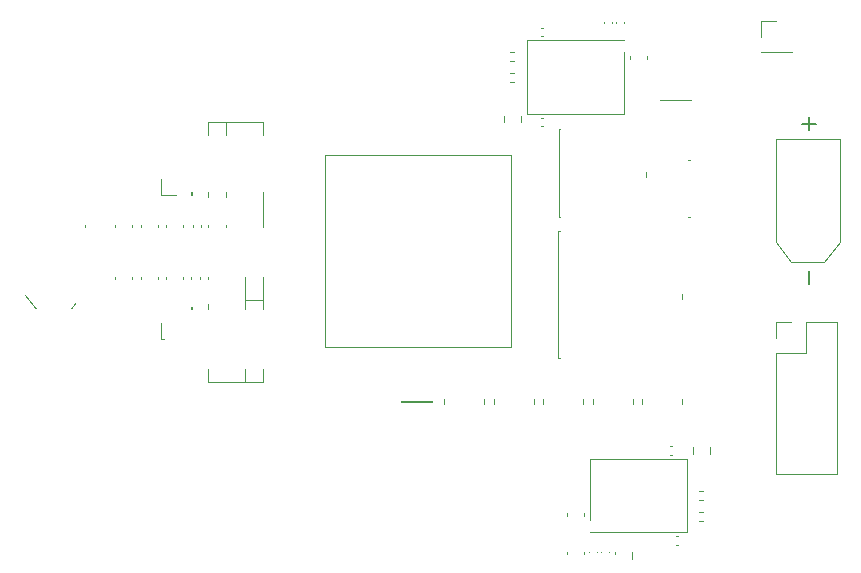
<source format=gto>
G04 #@! TF.GenerationSoftware,KiCad,Pcbnew,5.1.10*
G04 #@! TF.CreationDate,2021-07-13T10:10:07+08:00*
G04 #@! TF.ProjectId,GAN-Power-Stage-Test,47414e2d-506f-4776-9572-2d5374616765,rev?*
G04 #@! TF.SameCoordinates,Original*
G04 #@! TF.FileFunction,Legend,Top*
G04 #@! TF.FilePolarity,Positive*
%FSLAX46Y46*%
G04 Gerber Fmt 4.6, Leading zero omitted, Abs format (unit mm)*
G04 Created by KiCad (PCBNEW 5.1.10) date 2021-07-13 10:10:07*
%MOMM*%
%LPD*%
G01*
G04 APERTURE LIST*
%ADD10C,0.120000*%
%ADD11C,0.150000*%
%ADD12C,3.800000*%
%ADD13R,3.800000X3.800000*%
%ADD14C,2.790000*%
%ADD15C,2.030000*%
%ADD16R,1.700000X1.700000*%
%ADD17O,2.000000X2.000000*%
%ADD18R,2.000000X2.000000*%
%ADD19R,2.700000X2.450000*%
%ADD20R,2.200000X1.500000*%
%ADD21O,1.700000X1.700000*%
%ADD22C,0.254000*%
%ADD23C,0.100000*%
G04 APERTURE END LIST*
D10*
G04 #@! TO.C,J2*
X149817000Y-142488000D02*
X149817000Y-133768000D01*
X149817000Y-133768000D02*
X155237000Y-133768000D01*
X155237000Y-142488000D02*
X155237000Y-133768000D01*
X151117000Y-144188000D02*
X149817000Y-142488000D01*
X153937000Y-144188000D02*
X155237000Y-142488000D01*
X151117000Y-144188000D02*
X153937000Y-144188000D01*
G04 #@! TO.C,J1*
X213698000Y-138424000D02*
X213698000Y-129704000D01*
X213698000Y-129704000D02*
X219118000Y-129704000D01*
X219118000Y-138424000D02*
X219118000Y-129704000D01*
X214998000Y-140124000D02*
X213698000Y-138424000D01*
X217818000Y-140124000D02*
X219118000Y-138424000D01*
X214998000Y-140124000D02*
X217818000Y-140124000D01*
G04 #@! TO.C,C29*
X159231000Y-136771748D02*
X159231000Y-137294252D01*
X157761000Y-136771748D02*
X157761000Y-137294252D01*
G04 #@! TO.C,C28*
X163549000Y-136766748D02*
X163549000Y-137289252D01*
X162079000Y-136766748D02*
X162079000Y-137289252D01*
G04 #@! TO.C,C27*
X162079000Y-141739252D02*
X162079000Y-141216748D01*
X163549000Y-141739252D02*
X163549000Y-141216748D01*
G04 #@! TO.C,TR1*
X191262000Y-147320000D02*
X191262000Y-131064000D01*
X191262000Y-131064000D02*
X175514000Y-131064000D01*
X175514000Y-131064000D02*
X175514000Y-146812000D01*
X175514000Y-146812000D02*
X175514000Y-147320000D01*
X175514000Y-147320000D02*
X191262000Y-147320000D01*
G04 #@! TO.C,TP8*
X164271000Y-146618000D02*
X164271000Y-143958000D01*
X164211000Y-146618000D02*
X164271000Y-146618000D01*
X164211000Y-143958000D02*
X164271000Y-143958000D01*
X164211000Y-146618000D02*
X164211000Y-143958000D01*
X162941000Y-146618000D02*
X161611000Y-146618000D01*
X161611000Y-146618000D02*
X161611000Y-145288000D01*
G04 #@! TO.C,TP7*
X164271000Y-134426000D02*
X164271000Y-131766000D01*
X164211000Y-134426000D02*
X164271000Y-134426000D01*
X164211000Y-131766000D02*
X164271000Y-131766000D01*
X164211000Y-134426000D02*
X164211000Y-131766000D01*
X162941000Y-134426000D02*
X161611000Y-134426000D01*
X161611000Y-134426000D02*
X161611000Y-133096000D01*
G04 #@! TO.C,D2*
X170275000Y-140041000D02*
X170275000Y-150281000D01*
X165634000Y-140041000D02*
X165634000Y-150281000D01*
X170275000Y-140041000D02*
X165634000Y-140041000D01*
X170275000Y-150281000D02*
X165634000Y-150281000D01*
X168765000Y-140041000D02*
X168765000Y-150281000D01*
X170275000Y-143311000D02*
X168765000Y-143311000D01*
X170275000Y-147012000D02*
X168765000Y-147012000D01*
G04 #@! TO.C,D1*
X165640000Y-138470000D02*
X165640000Y-128230000D01*
X170281000Y-138470000D02*
X170281000Y-128230000D01*
X165640000Y-138470000D02*
X170281000Y-138470000D01*
X165640000Y-128230000D02*
X170281000Y-128230000D01*
X167150000Y-138470000D02*
X167150000Y-128230000D01*
X165640000Y-135200000D02*
X167150000Y-135200000D01*
X165640000Y-131499000D02*
X167150000Y-131499000D01*
G04 #@! TO.C,C26*
X165079000Y-136925164D02*
X165079000Y-137140836D01*
X164359000Y-136925164D02*
X164359000Y-137140836D01*
G04 #@! TO.C,C25*
X164232000Y-141585836D02*
X164232000Y-141370164D01*
X164952000Y-141585836D02*
X164952000Y-141370164D01*
G04 #@! TO.C,C24*
X157761000Y-141739252D02*
X157761000Y-141216748D01*
X159231000Y-141739252D02*
X159231000Y-141216748D01*
G04 #@! TO.C,C23*
X159920000Y-141739252D02*
X159920000Y-141216748D01*
X161390000Y-141739252D02*
X161390000Y-141216748D01*
G04 #@! TO.C,C22*
X193226000Y-150836248D02*
X193226000Y-153158752D01*
X189806000Y-150836248D02*
X189806000Y-153158752D01*
G04 #@! TO.C,C21*
X161390000Y-136771748D02*
X161390000Y-137294252D01*
X159920000Y-136771748D02*
X159920000Y-137294252D01*
G04 #@! TO.C,C20*
X205799000Y-150857748D02*
X205799000Y-153180252D01*
X202379000Y-150857748D02*
X202379000Y-153180252D01*
G04 #@! TO.C,C19*
X201608000Y-150857748D02*
X201608000Y-153180252D01*
X198188000Y-150857748D02*
X198188000Y-153180252D01*
G04 #@! TO.C,C18*
X189035000Y-150836248D02*
X189035000Y-153158752D01*
X185615000Y-150836248D02*
X185615000Y-153158752D01*
G04 #@! TO.C,C17*
X197417000Y-150836248D02*
X197417000Y-153158752D01*
X193997000Y-150836248D02*
X193997000Y-153158752D01*
G04 #@! TO.C,R4*
X207237359Y-159513000D02*
X207544641Y-159513000D01*
X207237359Y-160273000D02*
X207544641Y-160273000D01*
G04 #@! TO.C,R3*
X191542641Y-124840000D02*
X191235359Y-124840000D01*
X191542641Y-124080000D02*
X191235359Y-124080000D01*
G04 #@! TO.C,R2*
X207237359Y-161291000D02*
X207544641Y-161291000D01*
X207237359Y-162051000D02*
X207544641Y-162051000D01*
G04 #@! TO.C,R1*
X191542641Y-123062000D02*
X191235359Y-123062000D01*
X191542641Y-122302000D02*
X191235359Y-122302000D01*
G04 #@! TO.C,C16*
X199623000Y-164484164D02*
X199623000Y-164699836D01*
X198903000Y-164484164D02*
X198903000Y-164699836D01*
G04 #@! TO.C,C15*
X199157000Y-119995836D02*
X199157000Y-119780164D01*
X199877000Y-119995836D02*
X199877000Y-119780164D01*
G04 #@! TO.C,C14*
X198607000Y-164484164D02*
X198607000Y-164699836D01*
X197887000Y-164484164D02*
X197887000Y-164699836D01*
G04 #@! TO.C,C13*
X205251164Y-163343000D02*
X205466836Y-163343000D01*
X205251164Y-164063000D02*
X205466836Y-164063000D01*
G04 #@! TO.C,C12*
X200173000Y-119995836D02*
X200173000Y-119780164D01*
X200893000Y-119995836D02*
X200893000Y-119780164D01*
G04 #@! TO.C,C11*
X194036836Y-121010000D02*
X193821164Y-121010000D01*
X194036836Y-120290000D02*
X193821164Y-120290000D01*
G04 #@! TO.C,C8*
X204958836Y-156443000D02*
X204743164Y-156443000D01*
X204958836Y-155723000D02*
X204743164Y-155723000D01*
G04 #@! TO.C,C7*
X193821164Y-127910000D02*
X194036836Y-127910000D01*
X193821164Y-128630000D02*
X194036836Y-128630000D01*
G04 #@! TO.C,L2*
X202183000Y-137525000D02*
X205783000Y-137525000D01*
X205783000Y-137525000D02*
X205783000Y-142875000D01*
X202183000Y-148225000D02*
X205783000Y-148225000D01*
X205783000Y-148225000D02*
X205783000Y-142875000D01*
X198883000Y-148225000D02*
X195283000Y-148225000D01*
X195283000Y-148225000D02*
X195283000Y-142875000D01*
X198883000Y-137525000D02*
X195283000Y-137525000D01*
X195283000Y-137525000D02*
X195283000Y-142875000D01*
G04 #@! TO.C,TP6*
X181931000Y-151952000D02*
X184591000Y-151952000D01*
X181931000Y-151892000D02*
X181931000Y-151952000D01*
X184591000Y-151892000D02*
X184591000Y-151952000D01*
X181931000Y-151892000D02*
X184591000Y-151892000D01*
X181931000Y-150622000D02*
X181931000Y-149292000D01*
X181931000Y-149292000D02*
X183261000Y-149292000D01*
G04 #@! TO.C,TP5*
X203775000Y-136331000D02*
X206435000Y-136331000D01*
X203775000Y-136271000D02*
X203775000Y-136331000D01*
X206435000Y-136271000D02*
X206435000Y-136331000D01*
X203775000Y-136271000D02*
X206435000Y-136271000D01*
X203775000Y-135001000D02*
X203775000Y-133671000D01*
X203775000Y-133671000D02*
X205105000Y-133671000D01*
G04 #@! TO.C,TP4*
X194504000Y-158429000D02*
X197164000Y-158429000D01*
X194504000Y-158369000D02*
X194504000Y-158429000D01*
X197164000Y-158369000D02*
X197164000Y-158429000D01*
X194504000Y-158369000D02*
X197164000Y-158369000D01*
X194504000Y-157099000D02*
X194504000Y-155769000D01*
X194504000Y-155769000D02*
X195834000Y-155769000D01*
G04 #@! TO.C,TP3*
X203775000Y-131505000D02*
X206435000Y-131505000D01*
X203775000Y-131445000D02*
X203775000Y-131505000D01*
X206435000Y-131445000D02*
X206435000Y-131505000D01*
X203775000Y-131445000D02*
X206435000Y-131445000D01*
X203775000Y-130175000D02*
X203775000Y-128845000D01*
X203775000Y-128845000D02*
X205105000Y-128845000D01*
G04 #@! TO.C,TP2*
X203902000Y-126425000D02*
X206562000Y-126425000D01*
X203902000Y-126365000D02*
X203902000Y-126425000D01*
X206562000Y-126365000D02*
X206562000Y-126425000D01*
X203902000Y-126365000D02*
X206562000Y-126365000D01*
X203902000Y-125095000D02*
X203902000Y-123765000D01*
X203902000Y-123765000D02*
X205232000Y-123765000D01*
G04 #@! TO.C,TP1*
X212411000Y-122361000D02*
X215071000Y-122361000D01*
X212411000Y-122301000D02*
X212411000Y-122361000D01*
X215071000Y-122301000D02*
X215071000Y-122361000D01*
X212411000Y-122301000D02*
X215071000Y-122301000D01*
X212411000Y-121031000D02*
X212411000Y-119701000D01*
X212411000Y-119701000D02*
X213741000Y-119701000D01*
G04 #@! TO.C,Q2*
X197947000Y-162003000D02*
X197947000Y-156783000D01*
X197947000Y-156783000D02*
X206167000Y-156783000D01*
X206167000Y-156783000D02*
X206167000Y-163003000D01*
X206167000Y-163003000D02*
X197947000Y-163003000D01*
G04 #@! TO.C,Q1*
X200833000Y-122350000D02*
X200833000Y-127570000D01*
X200833000Y-127570000D02*
X192613000Y-127570000D01*
X192613000Y-127570000D02*
X192613000Y-121350000D01*
X192613000Y-121350000D02*
X200833000Y-121350000D01*
G04 #@! TO.C,L1*
X197609000Y-136288000D02*
X195309000Y-136288000D01*
X195309000Y-136288000D02*
X195309000Y-128888000D01*
X195309000Y-128888000D02*
X197609000Y-128888000D01*
X200409000Y-128888000D02*
X202709000Y-128888000D01*
X202709000Y-128888000D02*
X202709000Y-136288000D01*
X202709000Y-136288000D02*
X200409000Y-136288000D01*
G04 #@! TO.C,J3*
X213681000Y-158048000D02*
X218881000Y-158048000D01*
X213681000Y-147828000D02*
X213681000Y-158048000D01*
X218881000Y-145228000D02*
X218881000Y-158048000D01*
X213681000Y-147828000D02*
X216281000Y-147828000D01*
X216281000Y-147828000D02*
X216281000Y-145228000D01*
X216281000Y-145228000D02*
X218881000Y-145228000D01*
X213681000Y-146558000D02*
X213681000Y-145228000D01*
X213681000Y-145228000D02*
X215011000Y-145228000D01*
G04 #@! TO.C,C10*
X201522000Y-164711748D02*
X201522000Y-165234252D01*
X200052000Y-164711748D02*
X200052000Y-165234252D01*
G04 #@! TO.C,C9*
X202792000Y-122674748D02*
X202792000Y-123197252D01*
X201322000Y-122674748D02*
X201322000Y-123197252D01*
G04 #@! TO.C,C6*
X197458000Y-164711748D02*
X197458000Y-165234252D01*
X195988000Y-164711748D02*
X195988000Y-165234252D01*
G04 #@! TO.C,C5*
X201322000Y-119641252D02*
X201322000Y-119118748D01*
X202792000Y-119641252D02*
X202792000Y-119118748D01*
G04 #@! TO.C,C4*
X206656000Y-156344252D02*
X206656000Y-155821748D01*
X208126000Y-156344252D02*
X208126000Y-155821748D01*
G04 #@! TO.C,C3*
X192124000Y-127754748D02*
X192124000Y-128277252D01*
X190654000Y-127754748D02*
X190654000Y-128277252D01*
G04 #@! TO.C,C2*
X195988000Y-161612252D02*
X195988000Y-161089748D01*
X197458000Y-161612252D02*
X197458000Y-161089748D01*
G04 #@! TO.C,C1*
X197258000Y-119641252D02*
X197258000Y-119118748D01*
X198728000Y-119641252D02*
X198728000Y-119118748D01*
G04 #@! TO.C,J2*
D11*
X152634142Y-146049428D02*
X152634142Y-144906571D01*
X152634142Y-133049428D02*
X152634142Y-131906571D01*
X153205571Y-132478000D02*
X152062714Y-132478000D01*
G04 #@! TO.C,J1*
X216515142Y-141985428D02*
X216515142Y-140842571D01*
X216515142Y-128985428D02*
X216515142Y-127842571D01*
X217086571Y-128414000D02*
X215943714Y-128414000D01*
G04 #@! TD*
%LPC*%
X212026523Y-146010380D02*
X211550333Y-146010380D01*
X211502714Y-146486571D01*
X211550333Y-146438952D01*
X211645571Y-146391333D01*
X211883666Y-146391333D01*
X211978904Y-146438952D01*
X212026523Y-146486571D01*
X212074142Y-146581809D01*
X212074142Y-146819904D01*
X212026523Y-146915142D01*
X211978904Y-146962761D01*
X211883666Y-147010380D01*
X211645571Y-147010380D01*
X211550333Y-146962761D01*
X211502714Y-146915142D01*
X212359857Y-146010380D02*
X212693190Y-147010380D01*
X213026523Y-146010380D01*
X211764619Y-156773571D02*
X211907476Y-156821190D01*
X211955095Y-156868809D01*
X212002714Y-156964047D01*
X212002714Y-157106904D01*
X211955095Y-157202142D01*
X211907476Y-157249761D01*
X211812238Y-157297380D01*
X211431285Y-157297380D01*
X211431285Y-156297380D01*
X211764619Y-156297380D01*
X211859857Y-156345000D01*
X211907476Y-156392619D01*
X211955095Y-156487857D01*
X211955095Y-156583095D01*
X211907476Y-156678333D01*
X211859857Y-156725952D01*
X211764619Y-156773571D01*
X211431285Y-156773571D01*
X212431285Y-157297380D02*
X212431285Y-156297380D01*
X212431285Y-156773571D02*
X213002714Y-156773571D01*
X213002714Y-157297380D02*
X213002714Y-156297380D01*
X211756666Y-154106571D02*
X211899523Y-154154190D01*
X211947142Y-154201809D01*
X211994761Y-154297047D01*
X211994761Y-154439904D01*
X211947142Y-154535142D01*
X211899523Y-154582761D01*
X211804285Y-154630380D01*
X211423333Y-154630380D01*
X211423333Y-153630380D01*
X211756666Y-153630380D01*
X211851904Y-153678000D01*
X211899523Y-153725619D01*
X211947142Y-153820857D01*
X211947142Y-153916095D01*
X211899523Y-154011333D01*
X211851904Y-154058952D01*
X211756666Y-154106571D01*
X211423333Y-154106571D01*
X212899523Y-154630380D02*
X212423333Y-154630380D01*
X212423333Y-153630380D01*
X211526523Y-151090380D02*
X212097952Y-151090380D01*
X211812238Y-152090380D02*
X211812238Y-151090380D01*
X212907476Y-152090380D02*
X212431285Y-152090380D01*
X212431285Y-151090380D01*
X211534476Y-148550380D02*
X212105904Y-148550380D01*
X211820190Y-149550380D02*
X211820190Y-148550380D01*
X212439238Y-149550380D02*
X212439238Y-148550380D01*
X212439238Y-149026571D02*
X213010666Y-149026571D01*
X213010666Y-149550380D02*
X213010666Y-148550380D01*
X210693142Y-137866380D02*
X210693142Y-136866380D01*
X211169333Y-137866380D02*
X211169333Y-136866380D01*
X211740761Y-137866380D01*
X211740761Y-136866380D01*
X212216952Y-137485428D02*
X212978857Y-137485428D01*
X210693142Y-132913380D02*
X210693142Y-131913380D01*
X211169333Y-132913380D02*
X211169333Y-131913380D01*
X211740761Y-132913380D01*
X211740761Y-131913380D01*
X212216952Y-132532428D02*
X212978857Y-132532428D01*
X212597904Y-132913380D02*
X212597904Y-132151476D01*
D12*
G04 #@! TO.C,J2*
X152527000Y-136478000D03*
D13*
X152527000Y-141478000D03*
G04 #@! TD*
D12*
G04 #@! TO.C,J1*
X216408000Y-132414000D03*
D13*
X216408000Y-137414000D03*
G04 #@! TD*
G04 #@! TO.C,C29*
G36*
G01*
X158021000Y-137483000D02*
X158971000Y-137483000D01*
G75*
G02*
X159221000Y-137733000I0J-250000D01*
G01*
X159221000Y-138233000D01*
G75*
G02*
X158971000Y-138483000I-250000J0D01*
G01*
X158021000Y-138483000D01*
G75*
G02*
X157771000Y-138233000I0J250000D01*
G01*
X157771000Y-137733000D01*
G75*
G02*
X158021000Y-137483000I250000J0D01*
G01*
G37*
G36*
G01*
X158021000Y-135583000D02*
X158971000Y-135583000D01*
G75*
G02*
X159221000Y-135833000I0J-250000D01*
G01*
X159221000Y-136333000D01*
G75*
G02*
X158971000Y-136583000I-250000J0D01*
G01*
X158021000Y-136583000D01*
G75*
G02*
X157771000Y-136333000I0J250000D01*
G01*
X157771000Y-135833000D01*
G75*
G02*
X158021000Y-135583000I250000J0D01*
G01*
G37*
G04 #@! TD*
G04 #@! TO.C,C28*
G36*
G01*
X162339000Y-137478000D02*
X163289000Y-137478000D01*
G75*
G02*
X163539000Y-137728000I0J-250000D01*
G01*
X163539000Y-138228000D01*
G75*
G02*
X163289000Y-138478000I-250000J0D01*
G01*
X162339000Y-138478000D01*
G75*
G02*
X162089000Y-138228000I0J250000D01*
G01*
X162089000Y-137728000D01*
G75*
G02*
X162339000Y-137478000I250000J0D01*
G01*
G37*
G36*
G01*
X162339000Y-135578000D02*
X163289000Y-135578000D01*
G75*
G02*
X163539000Y-135828000I0J-250000D01*
G01*
X163539000Y-136328000D01*
G75*
G02*
X163289000Y-136578000I-250000J0D01*
G01*
X162339000Y-136578000D01*
G75*
G02*
X162089000Y-136328000I0J250000D01*
G01*
X162089000Y-135828000D01*
G75*
G02*
X162339000Y-135578000I250000J0D01*
G01*
G37*
G04 #@! TD*
G04 #@! TO.C,C27*
G36*
G01*
X163289000Y-141028000D02*
X162339000Y-141028000D01*
G75*
G02*
X162089000Y-140778000I0J250000D01*
G01*
X162089000Y-140278000D01*
G75*
G02*
X162339000Y-140028000I250000J0D01*
G01*
X163289000Y-140028000D01*
G75*
G02*
X163539000Y-140278000I0J-250000D01*
G01*
X163539000Y-140778000D01*
G75*
G02*
X163289000Y-141028000I-250000J0D01*
G01*
G37*
G36*
G01*
X163289000Y-142928000D02*
X162339000Y-142928000D01*
G75*
G02*
X162089000Y-142678000I0J250000D01*
G01*
X162089000Y-142178000D01*
G75*
G02*
X162339000Y-141928000I250000J0D01*
G01*
X163289000Y-141928000D01*
G75*
G02*
X163539000Y-142178000I0J-250000D01*
G01*
X163539000Y-142678000D01*
G75*
G02*
X163289000Y-142928000I-250000J0D01*
G01*
G37*
G04 #@! TD*
D14*
G04 #@! TO.C,TR1*
X173224000Y-145542000D03*
X173224000Y-142367000D03*
X173224000Y-139192000D03*
X173224000Y-136017000D03*
X173224000Y-132842000D03*
D15*
X193044000Y-131317000D03*
X193044000Y-134112000D03*
X193044000Y-136907000D03*
X193044000Y-141477000D03*
X193044000Y-144272000D03*
X193044000Y-147067000D03*
G04 #@! TD*
D16*
G04 #@! TO.C,TP8*
X162941000Y-145288000D03*
G04 #@! TD*
G04 #@! TO.C,TP7*
X162941000Y-133096000D03*
G04 #@! TD*
D17*
G04 #@! TO.C,D2*
X167005000Y-147701000D03*
D18*
X167005000Y-142621000D03*
G04 #@! TD*
D17*
G04 #@! TO.C,D1*
X168910000Y-130810000D03*
D18*
X168910000Y-135890000D03*
G04 #@! TD*
G04 #@! TO.C,C26*
G36*
G01*
X164549000Y-137233000D02*
X164889000Y-137233000D01*
G75*
G02*
X165029000Y-137373000I0J-140000D01*
G01*
X165029000Y-137653000D01*
G75*
G02*
X164889000Y-137793000I-140000J0D01*
G01*
X164549000Y-137793000D01*
G75*
G02*
X164409000Y-137653000I0J140000D01*
G01*
X164409000Y-137373000D01*
G75*
G02*
X164549000Y-137233000I140000J0D01*
G01*
G37*
G36*
G01*
X164549000Y-136273000D02*
X164889000Y-136273000D01*
G75*
G02*
X165029000Y-136413000I0J-140000D01*
G01*
X165029000Y-136693000D01*
G75*
G02*
X164889000Y-136833000I-140000J0D01*
G01*
X164549000Y-136833000D01*
G75*
G02*
X164409000Y-136693000I0J140000D01*
G01*
X164409000Y-136413000D01*
G75*
G02*
X164549000Y-136273000I140000J0D01*
G01*
G37*
G04 #@! TD*
G04 #@! TO.C,C25*
G36*
G01*
X164762000Y-141278000D02*
X164422000Y-141278000D01*
G75*
G02*
X164282000Y-141138000I0J140000D01*
G01*
X164282000Y-140858000D01*
G75*
G02*
X164422000Y-140718000I140000J0D01*
G01*
X164762000Y-140718000D01*
G75*
G02*
X164902000Y-140858000I0J-140000D01*
G01*
X164902000Y-141138000D01*
G75*
G02*
X164762000Y-141278000I-140000J0D01*
G01*
G37*
G36*
G01*
X164762000Y-142238000D02*
X164422000Y-142238000D01*
G75*
G02*
X164282000Y-142098000I0J140000D01*
G01*
X164282000Y-141818000D01*
G75*
G02*
X164422000Y-141678000I140000J0D01*
G01*
X164762000Y-141678000D01*
G75*
G02*
X164902000Y-141818000I0J-140000D01*
G01*
X164902000Y-142098000D01*
G75*
G02*
X164762000Y-142238000I-140000J0D01*
G01*
G37*
G04 #@! TD*
G04 #@! TO.C,C24*
G36*
G01*
X158971000Y-141028000D02*
X158021000Y-141028000D01*
G75*
G02*
X157771000Y-140778000I0J250000D01*
G01*
X157771000Y-140278000D01*
G75*
G02*
X158021000Y-140028000I250000J0D01*
G01*
X158971000Y-140028000D01*
G75*
G02*
X159221000Y-140278000I0J-250000D01*
G01*
X159221000Y-140778000D01*
G75*
G02*
X158971000Y-141028000I-250000J0D01*
G01*
G37*
G36*
G01*
X158971000Y-142928000D02*
X158021000Y-142928000D01*
G75*
G02*
X157771000Y-142678000I0J250000D01*
G01*
X157771000Y-142178000D01*
G75*
G02*
X158021000Y-141928000I250000J0D01*
G01*
X158971000Y-141928000D01*
G75*
G02*
X159221000Y-142178000I0J-250000D01*
G01*
X159221000Y-142678000D01*
G75*
G02*
X158971000Y-142928000I-250000J0D01*
G01*
G37*
G04 #@! TD*
G04 #@! TO.C,C23*
G36*
G01*
X161130000Y-141028000D02*
X160180000Y-141028000D01*
G75*
G02*
X159930000Y-140778000I0J250000D01*
G01*
X159930000Y-140278000D01*
G75*
G02*
X160180000Y-140028000I250000J0D01*
G01*
X161130000Y-140028000D01*
G75*
G02*
X161380000Y-140278000I0J-250000D01*
G01*
X161380000Y-140778000D01*
G75*
G02*
X161130000Y-141028000I-250000J0D01*
G01*
G37*
G36*
G01*
X161130000Y-142928000D02*
X160180000Y-142928000D01*
G75*
G02*
X159930000Y-142678000I0J250000D01*
G01*
X159930000Y-142178000D01*
G75*
G02*
X160180000Y-141928000I250000J0D01*
G01*
X161130000Y-141928000D01*
G75*
G02*
X161380000Y-142178000I0J-250000D01*
G01*
X161380000Y-142678000D01*
G75*
G02*
X161130000Y-142928000I-250000J0D01*
G01*
G37*
G04 #@! TD*
G04 #@! TO.C,C22*
G36*
G01*
X190065999Y-153347500D02*
X192966001Y-153347500D01*
G75*
G02*
X193216000Y-153597499I0J-249999D01*
G01*
X193216000Y-154672501D01*
G75*
G02*
X192966001Y-154922500I-249999J0D01*
G01*
X190065999Y-154922500D01*
G75*
G02*
X189816000Y-154672501I0J249999D01*
G01*
X189816000Y-153597499D01*
G75*
G02*
X190065999Y-153347500I249999J0D01*
G01*
G37*
G36*
G01*
X190065999Y-149072500D02*
X192966001Y-149072500D01*
G75*
G02*
X193216000Y-149322499I0J-249999D01*
G01*
X193216000Y-150397501D01*
G75*
G02*
X192966001Y-150647500I-249999J0D01*
G01*
X190065999Y-150647500D01*
G75*
G02*
X189816000Y-150397501I0J249999D01*
G01*
X189816000Y-149322499D01*
G75*
G02*
X190065999Y-149072500I249999J0D01*
G01*
G37*
G04 #@! TD*
G04 #@! TO.C,C21*
G36*
G01*
X160180000Y-137483000D02*
X161130000Y-137483000D01*
G75*
G02*
X161380000Y-137733000I0J-250000D01*
G01*
X161380000Y-138233000D01*
G75*
G02*
X161130000Y-138483000I-250000J0D01*
G01*
X160180000Y-138483000D01*
G75*
G02*
X159930000Y-138233000I0J250000D01*
G01*
X159930000Y-137733000D01*
G75*
G02*
X160180000Y-137483000I250000J0D01*
G01*
G37*
G36*
G01*
X160180000Y-135583000D02*
X161130000Y-135583000D01*
G75*
G02*
X161380000Y-135833000I0J-250000D01*
G01*
X161380000Y-136333000D01*
G75*
G02*
X161130000Y-136583000I-250000J0D01*
G01*
X160180000Y-136583000D01*
G75*
G02*
X159930000Y-136333000I0J250000D01*
G01*
X159930000Y-135833000D01*
G75*
G02*
X160180000Y-135583000I250000J0D01*
G01*
G37*
G04 #@! TD*
G04 #@! TO.C,C20*
G36*
G01*
X202638999Y-153369000D02*
X205539001Y-153369000D01*
G75*
G02*
X205789000Y-153618999I0J-249999D01*
G01*
X205789000Y-154694001D01*
G75*
G02*
X205539001Y-154944000I-249999J0D01*
G01*
X202638999Y-154944000D01*
G75*
G02*
X202389000Y-154694001I0J249999D01*
G01*
X202389000Y-153618999D01*
G75*
G02*
X202638999Y-153369000I249999J0D01*
G01*
G37*
G36*
G01*
X202638999Y-149094000D02*
X205539001Y-149094000D01*
G75*
G02*
X205789000Y-149343999I0J-249999D01*
G01*
X205789000Y-150419001D01*
G75*
G02*
X205539001Y-150669000I-249999J0D01*
G01*
X202638999Y-150669000D01*
G75*
G02*
X202389000Y-150419001I0J249999D01*
G01*
X202389000Y-149343999D01*
G75*
G02*
X202638999Y-149094000I249999J0D01*
G01*
G37*
G04 #@! TD*
G04 #@! TO.C,C19*
G36*
G01*
X198447999Y-153369000D02*
X201348001Y-153369000D01*
G75*
G02*
X201598000Y-153618999I0J-249999D01*
G01*
X201598000Y-154694001D01*
G75*
G02*
X201348001Y-154944000I-249999J0D01*
G01*
X198447999Y-154944000D01*
G75*
G02*
X198198000Y-154694001I0J249999D01*
G01*
X198198000Y-153618999D01*
G75*
G02*
X198447999Y-153369000I249999J0D01*
G01*
G37*
G36*
G01*
X198447999Y-149094000D02*
X201348001Y-149094000D01*
G75*
G02*
X201598000Y-149343999I0J-249999D01*
G01*
X201598000Y-150419001D01*
G75*
G02*
X201348001Y-150669000I-249999J0D01*
G01*
X198447999Y-150669000D01*
G75*
G02*
X198198000Y-150419001I0J249999D01*
G01*
X198198000Y-149343999D01*
G75*
G02*
X198447999Y-149094000I249999J0D01*
G01*
G37*
G04 #@! TD*
G04 #@! TO.C,C18*
G36*
G01*
X185874999Y-153347500D02*
X188775001Y-153347500D01*
G75*
G02*
X189025000Y-153597499I0J-249999D01*
G01*
X189025000Y-154672501D01*
G75*
G02*
X188775001Y-154922500I-249999J0D01*
G01*
X185874999Y-154922500D01*
G75*
G02*
X185625000Y-154672501I0J249999D01*
G01*
X185625000Y-153597499D01*
G75*
G02*
X185874999Y-153347500I249999J0D01*
G01*
G37*
G36*
G01*
X185874999Y-149072500D02*
X188775001Y-149072500D01*
G75*
G02*
X189025000Y-149322499I0J-249999D01*
G01*
X189025000Y-150397501D01*
G75*
G02*
X188775001Y-150647500I-249999J0D01*
G01*
X185874999Y-150647500D01*
G75*
G02*
X185625000Y-150397501I0J249999D01*
G01*
X185625000Y-149322499D01*
G75*
G02*
X185874999Y-149072500I249999J0D01*
G01*
G37*
G04 #@! TD*
G04 #@! TO.C,C17*
G36*
G01*
X194256999Y-153347500D02*
X197157001Y-153347500D01*
G75*
G02*
X197407000Y-153597499I0J-249999D01*
G01*
X197407000Y-154672501D01*
G75*
G02*
X197157001Y-154922500I-249999J0D01*
G01*
X194256999Y-154922500D01*
G75*
G02*
X194007000Y-154672501I0J249999D01*
G01*
X194007000Y-153597499D01*
G75*
G02*
X194256999Y-153347500I249999J0D01*
G01*
G37*
G36*
G01*
X194256999Y-149072500D02*
X197157001Y-149072500D01*
G75*
G02*
X197407000Y-149322499I0J-249999D01*
G01*
X197407000Y-150397501D01*
G75*
G02*
X197157001Y-150647500I-249999J0D01*
G01*
X194256999Y-150647500D01*
G75*
G02*
X194007000Y-150397501I0J249999D01*
G01*
X194007000Y-149322499D01*
G75*
G02*
X194256999Y-149072500I249999J0D01*
G01*
G37*
G04 #@! TD*
G04 #@! TO.C,R4*
G36*
G01*
X207631000Y-160078000D02*
X207631000Y-159708000D01*
G75*
G02*
X207766000Y-159573000I135000J0D01*
G01*
X208036000Y-159573000D01*
G75*
G02*
X208171000Y-159708000I0J-135000D01*
G01*
X208171000Y-160078000D01*
G75*
G02*
X208036000Y-160213000I-135000J0D01*
G01*
X207766000Y-160213000D01*
G75*
G02*
X207631000Y-160078000I0J135000D01*
G01*
G37*
G36*
G01*
X206611000Y-160078000D02*
X206611000Y-159708000D01*
G75*
G02*
X206746000Y-159573000I135000J0D01*
G01*
X207016000Y-159573000D01*
G75*
G02*
X207151000Y-159708000I0J-135000D01*
G01*
X207151000Y-160078000D01*
G75*
G02*
X207016000Y-160213000I-135000J0D01*
G01*
X206746000Y-160213000D01*
G75*
G02*
X206611000Y-160078000I0J135000D01*
G01*
G37*
G04 #@! TD*
G04 #@! TO.C,R3*
G36*
G01*
X191149000Y-124275000D02*
X191149000Y-124645000D01*
G75*
G02*
X191014000Y-124780000I-135000J0D01*
G01*
X190744000Y-124780000D01*
G75*
G02*
X190609000Y-124645000I0J135000D01*
G01*
X190609000Y-124275000D01*
G75*
G02*
X190744000Y-124140000I135000J0D01*
G01*
X191014000Y-124140000D01*
G75*
G02*
X191149000Y-124275000I0J-135000D01*
G01*
G37*
G36*
G01*
X192169000Y-124275000D02*
X192169000Y-124645000D01*
G75*
G02*
X192034000Y-124780000I-135000J0D01*
G01*
X191764000Y-124780000D01*
G75*
G02*
X191629000Y-124645000I0J135000D01*
G01*
X191629000Y-124275000D01*
G75*
G02*
X191764000Y-124140000I135000J0D01*
G01*
X192034000Y-124140000D01*
G75*
G02*
X192169000Y-124275000I0J-135000D01*
G01*
G37*
G04 #@! TD*
G04 #@! TO.C,R2*
G36*
G01*
X207631000Y-161856000D02*
X207631000Y-161486000D01*
G75*
G02*
X207766000Y-161351000I135000J0D01*
G01*
X208036000Y-161351000D01*
G75*
G02*
X208171000Y-161486000I0J-135000D01*
G01*
X208171000Y-161856000D01*
G75*
G02*
X208036000Y-161991000I-135000J0D01*
G01*
X207766000Y-161991000D01*
G75*
G02*
X207631000Y-161856000I0J135000D01*
G01*
G37*
G36*
G01*
X206611000Y-161856000D02*
X206611000Y-161486000D01*
G75*
G02*
X206746000Y-161351000I135000J0D01*
G01*
X207016000Y-161351000D01*
G75*
G02*
X207151000Y-161486000I0J-135000D01*
G01*
X207151000Y-161856000D01*
G75*
G02*
X207016000Y-161991000I-135000J0D01*
G01*
X206746000Y-161991000D01*
G75*
G02*
X206611000Y-161856000I0J135000D01*
G01*
G37*
G04 #@! TD*
G04 #@! TO.C,R1*
G36*
G01*
X191149000Y-122497000D02*
X191149000Y-122867000D01*
G75*
G02*
X191014000Y-123002000I-135000J0D01*
G01*
X190744000Y-123002000D01*
G75*
G02*
X190609000Y-122867000I0J135000D01*
G01*
X190609000Y-122497000D01*
G75*
G02*
X190744000Y-122362000I135000J0D01*
G01*
X191014000Y-122362000D01*
G75*
G02*
X191149000Y-122497000I0J-135000D01*
G01*
G37*
G36*
G01*
X192169000Y-122497000D02*
X192169000Y-122867000D01*
G75*
G02*
X192034000Y-123002000I-135000J0D01*
G01*
X191764000Y-123002000D01*
G75*
G02*
X191629000Y-122867000I0J135000D01*
G01*
X191629000Y-122497000D01*
G75*
G02*
X191764000Y-122362000I135000J0D01*
G01*
X192034000Y-122362000D01*
G75*
G02*
X192169000Y-122497000I0J-135000D01*
G01*
G37*
G04 #@! TD*
G04 #@! TO.C,C16*
G36*
G01*
X199093000Y-164792000D02*
X199433000Y-164792000D01*
G75*
G02*
X199573000Y-164932000I0J-140000D01*
G01*
X199573000Y-165212000D01*
G75*
G02*
X199433000Y-165352000I-140000J0D01*
G01*
X199093000Y-165352000D01*
G75*
G02*
X198953000Y-165212000I0J140000D01*
G01*
X198953000Y-164932000D01*
G75*
G02*
X199093000Y-164792000I140000J0D01*
G01*
G37*
G36*
G01*
X199093000Y-163832000D02*
X199433000Y-163832000D01*
G75*
G02*
X199573000Y-163972000I0J-140000D01*
G01*
X199573000Y-164252000D01*
G75*
G02*
X199433000Y-164392000I-140000J0D01*
G01*
X199093000Y-164392000D01*
G75*
G02*
X198953000Y-164252000I0J140000D01*
G01*
X198953000Y-163972000D01*
G75*
G02*
X199093000Y-163832000I140000J0D01*
G01*
G37*
G04 #@! TD*
G04 #@! TO.C,C15*
G36*
G01*
X199687000Y-119688000D02*
X199347000Y-119688000D01*
G75*
G02*
X199207000Y-119548000I0J140000D01*
G01*
X199207000Y-119268000D01*
G75*
G02*
X199347000Y-119128000I140000J0D01*
G01*
X199687000Y-119128000D01*
G75*
G02*
X199827000Y-119268000I0J-140000D01*
G01*
X199827000Y-119548000D01*
G75*
G02*
X199687000Y-119688000I-140000J0D01*
G01*
G37*
G36*
G01*
X199687000Y-120648000D02*
X199347000Y-120648000D01*
G75*
G02*
X199207000Y-120508000I0J140000D01*
G01*
X199207000Y-120228000D01*
G75*
G02*
X199347000Y-120088000I140000J0D01*
G01*
X199687000Y-120088000D01*
G75*
G02*
X199827000Y-120228000I0J-140000D01*
G01*
X199827000Y-120508000D01*
G75*
G02*
X199687000Y-120648000I-140000J0D01*
G01*
G37*
G04 #@! TD*
G04 #@! TO.C,C14*
G36*
G01*
X198077000Y-164792000D02*
X198417000Y-164792000D01*
G75*
G02*
X198557000Y-164932000I0J-140000D01*
G01*
X198557000Y-165212000D01*
G75*
G02*
X198417000Y-165352000I-140000J0D01*
G01*
X198077000Y-165352000D01*
G75*
G02*
X197937000Y-165212000I0J140000D01*
G01*
X197937000Y-164932000D01*
G75*
G02*
X198077000Y-164792000I140000J0D01*
G01*
G37*
G36*
G01*
X198077000Y-163832000D02*
X198417000Y-163832000D01*
G75*
G02*
X198557000Y-163972000I0J-140000D01*
G01*
X198557000Y-164252000D01*
G75*
G02*
X198417000Y-164392000I-140000J0D01*
G01*
X198077000Y-164392000D01*
G75*
G02*
X197937000Y-164252000I0J140000D01*
G01*
X197937000Y-163972000D01*
G75*
G02*
X198077000Y-163832000I140000J0D01*
G01*
G37*
G04 #@! TD*
G04 #@! TO.C,C13*
G36*
G01*
X205559000Y-163873000D02*
X205559000Y-163533000D01*
G75*
G02*
X205699000Y-163393000I140000J0D01*
G01*
X205979000Y-163393000D01*
G75*
G02*
X206119000Y-163533000I0J-140000D01*
G01*
X206119000Y-163873000D01*
G75*
G02*
X205979000Y-164013000I-140000J0D01*
G01*
X205699000Y-164013000D01*
G75*
G02*
X205559000Y-163873000I0J140000D01*
G01*
G37*
G36*
G01*
X204599000Y-163873000D02*
X204599000Y-163533000D01*
G75*
G02*
X204739000Y-163393000I140000J0D01*
G01*
X205019000Y-163393000D01*
G75*
G02*
X205159000Y-163533000I0J-140000D01*
G01*
X205159000Y-163873000D01*
G75*
G02*
X205019000Y-164013000I-140000J0D01*
G01*
X204739000Y-164013000D01*
G75*
G02*
X204599000Y-163873000I0J140000D01*
G01*
G37*
G04 #@! TD*
G04 #@! TO.C,C12*
G36*
G01*
X200703000Y-119688000D02*
X200363000Y-119688000D01*
G75*
G02*
X200223000Y-119548000I0J140000D01*
G01*
X200223000Y-119268000D01*
G75*
G02*
X200363000Y-119128000I140000J0D01*
G01*
X200703000Y-119128000D01*
G75*
G02*
X200843000Y-119268000I0J-140000D01*
G01*
X200843000Y-119548000D01*
G75*
G02*
X200703000Y-119688000I-140000J0D01*
G01*
G37*
G36*
G01*
X200703000Y-120648000D02*
X200363000Y-120648000D01*
G75*
G02*
X200223000Y-120508000I0J140000D01*
G01*
X200223000Y-120228000D01*
G75*
G02*
X200363000Y-120088000I140000J0D01*
G01*
X200703000Y-120088000D01*
G75*
G02*
X200843000Y-120228000I0J-140000D01*
G01*
X200843000Y-120508000D01*
G75*
G02*
X200703000Y-120648000I-140000J0D01*
G01*
G37*
G04 #@! TD*
G04 #@! TO.C,C11*
G36*
G01*
X193729000Y-120480000D02*
X193729000Y-120820000D01*
G75*
G02*
X193589000Y-120960000I-140000J0D01*
G01*
X193309000Y-120960000D01*
G75*
G02*
X193169000Y-120820000I0J140000D01*
G01*
X193169000Y-120480000D01*
G75*
G02*
X193309000Y-120340000I140000J0D01*
G01*
X193589000Y-120340000D01*
G75*
G02*
X193729000Y-120480000I0J-140000D01*
G01*
G37*
G36*
G01*
X194689000Y-120480000D02*
X194689000Y-120820000D01*
G75*
G02*
X194549000Y-120960000I-140000J0D01*
G01*
X194269000Y-120960000D01*
G75*
G02*
X194129000Y-120820000I0J140000D01*
G01*
X194129000Y-120480000D01*
G75*
G02*
X194269000Y-120340000I140000J0D01*
G01*
X194549000Y-120340000D01*
G75*
G02*
X194689000Y-120480000I0J-140000D01*
G01*
G37*
G04 #@! TD*
G04 #@! TO.C,C8*
G36*
G01*
X204651000Y-155913000D02*
X204651000Y-156253000D01*
G75*
G02*
X204511000Y-156393000I-140000J0D01*
G01*
X204231000Y-156393000D01*
G75*
G02*
X204091000Y-156253000I0J140000D01*
G01*
X204091000Y-155913000D01*
G75*
G02*
X204231000Y-155773000I140000J0D01*
G01*
X204511000Y-155773000D01*
G75*
G02*
X204651000Y-155913000I0J-140000D01*
G01*
G37*
G36*
G01*
X205611000Y-155913000D02*
X205611000Y-156253000D01*
G75*
G02*
X205471000Y-156393000I-140000J0D01*
G01*
X205191000Y-156393000D01*
G75*
G02*
X205051000Y-156253000I0J140000D01*
G01*
X205051000Y-155913000D01*
G75*
G02*
X205191000Y-155773000I140000J0D01*
G01*
X205471000Y-155773000D01*
G75*
G02*
X205611000Y-155913000I0J-140000D01*
G01*
G37*
G04 #@! TD*
G04 #@! TO.C,C7*
G36*
G01*
X194129000Y-128440000D02*
X194129000Y-128100000D01*
G75*
G02*
X194269000Y-127960000I140000J0D01*
G01*
X194549000Y-127960000D01*
G75*
G02*
X194689000Y-128100000I0J-140000D01*
G01*
X194689000Y-128440000D01*
G75*
G02*
X194549000Y-128580000I-140000J0D01*
G01*
X194269000Y-128580000D01*
G75*
G02*
X194129000Y-128440000I0J140000D01*
G01*
G37*
G36*
G01*
X193169000Y-128440000D02*
X193169000Y-128100000D01*
G75*
G02*
X193309000Y-127960000I140000J0D01*
G01*
X193589000Y-127960000D01*
G75*
G02*
X193729000Y-128100000I0J-140000D01*
G01*
X193729000Y-128440000D01*
G75*
G02*
X193589000Y-128580000I-140000J0D01*
G01*
X193309000Y-128580000D01*
G75*
G02*
X193169000Y-128440000I0J140000D01*
G01*
G37*
G04 #@! TD*
D19*
G04 #@! TO.C,L2*
X200533000Y-147000000D03*
X200533000Y-138750000D03*
G04 #@! TD*
D16*
G04 #@! TO.C,TP6*
X183261000Y-150622000D03*
G04 #@! TD*
G04 #@! TO.C,TP5*
X205105000Y-135001000D03*
G04 #@! TD*
G04 #@! TO.C,TP4*
X195834000Y-157099000D03*
G04 #@! TD*
G04 #@! TO.C,TP3*
X205105000Y-130175000D03*
G04 #@! TD*
G04 #@! TO.C,TP2*
X205232000Y-125095000D03*
G04 #@! TD*
G04 #@! TO.C,TP1*
X213741000Y-121031000D03*
G04 #@! TD*
G04 #@! TO.C,Q2*
G36*
G01*
X205917500Y-159243000D02*
X205301500Y-159243000D01*
G75*
G02*
X205259500Y-159201000I0J42000D01*
G01*
X205259500Y-158785000D01*
G75*
G02*
X205301500Y-158743000I42000J0D01*
G01*
X205917500Y-158743000D01*
G75*
G02*
X205959500Y-158785000I0J-42000D01*
G01*
X205959500Y-159201000D01*
G75*
G02*
X205917500Y-159243000I-42000J0D01*
G01*
G37*
G36*
G01*
X205917500Y-161043000D02*
X205301500Y-161043000D01*
G75*
G02*
X205259500Y-161001000I0J42000D01*
G01*
X205259500Y-160585000D01*
G75*
G02*
X205301500Y-160543000I42000J0D01*
G01*
X205917500Y-160543000D01*
G75*
G02*
X205959500Y-160585000I0J-42000D01*
G01*
X205959500Y-161001000D01*
G75*
G02*
X205917500Y-161043000I-42000J0D01*
G01*
G37*
G36*
G01*
X205517500Y-157693000D02*
X205101500Y-157693000D01*
G75*
G02*
X205059500Y-157651000I0J42000D01*
G01*
X205059500Y-157035000D01*
G75*
G02*
X205101500Y-156993000I42000J0D01*
G01*
X205517500Y-156993000D01*
G75*
G02*
X205559500Y-157035000I0J-42000D01*
G01*
X205559500Y-157651000D01*
G75*
G02*
X205517500Y-157693000I-42000J0D01*
G01*
G37*
G36*
G01*
X204317500Y-157693000D02*
X203901500Y-157693000D01*
G75*
G02*
X203859500Y-157651000I0J42000D01*
G01*
X203859500Y-157035000D01*
G75*
G02*
X203901500Y-156993000I42000J0D01*
G01*
X204317500Y-156993000D01*
G75*
G02*
X204359500Y-157035000I0J-42000D01*
G01*
X204359500Y-157651000D01*
G75*
G02*
X204317500Y-157693000I-42000J0D01*
G01*
G37*
G36*
G01*
X205517500Y-162793000D02*
X205101500Y-162793000D01*
G75*
G02*
X205059500Y-162751000I0J42000D01*
G01*
X205059500Y-162135000D01*
G75*
G02*
X205101500Y-162093000I42000J0D01*
G01*
X205517500Y-162093000D01*
G75*
G02*
X205559500Y-162135000I0J-42000D01*
G01*
X205559500Y-162751000D01*
G75*
G02*
X205517500Y-162793000I-42000J0D01*
G01*
G37*
G36*
G01*
X204317500Y-162793000D02*
X203901500Y-162793000D01*
G75*
G02*
X203859500Y-162751000I0J42000D01*
G01*
X203859500Y-162135000D01*
G75*
G02*
X203901500Y-162093000I42000J0D01*
G01*
X204317500Y-162093000D01*
G75*
G02*
X204359500Y-162135000I0J-42000D01*
G01*
X204359500Y-162751000D01*
G75*
G02*
X204317500Y-162793000I-42000J0D01*
G01*
G37*
G36*
G01*
X202358300Y-160418000D02*
X198200700Y-160418000D01*
G75*
G02*
X198154500Y-160371800I0J46200D01*
G01*
X198154500Y-159414200D01*
G75*
G02*
X198200700Y-159368000I46200J0D01*
G01*
X202358300Y-159368000D01*
G75*
G02*
X202404500Y-159414200I0J-46200D01*
G01*
X202404500Y-160371800D01*
G75*
G02*
X202358300Y-160418000I-46200J0D01*
G01*
G37*
G36*
G01*
X202360400Y-157693000D02*
X198198600Y-157693000D01*
G75*
G02*
X198154500Y-157648900I0J44100D01*
G01*
X198154500Y-157037100D01*
G75*
G02*
X198198600Y-156993000I44100J0D01*
G01*
X202360400Y-156993000D01*
G75*
G02*
X202404500Y-157037100I0J-44100D01*
G01*
X202404500Y-157648900D01*
G75*
G02*
X202360400Y-157693000I-44100J0D01*
G01*
G37*
G36*
G01*
X202360400Y-162793000D02*
X198198600Y-162793000D01*
G75*
G02*
X198154500Y-162748900I0J44100D01*
G01*
X198154500Y-162137100D01*
G75*
G02*
X198198600Y-162093000I44100J0D01*
G01*
X202360400Y-162093000D01*
G75*
G02*
X202404500Y-162137100I0J-44100D01*
G01*
X202404500Y-162748900D01*
G75*
G02*
X202360400Y-162793000I-44100J0D01*
G01*
G37*
G04 #@! TD*
G04 #@! TO.C,Q1*
G36*
G01*
X192862500Y-125110000D02*
X193478500Y-125110000D01*
G75*
G02*
X193520500Y-125152000I0J-42000D01*
G01*
X193520500Y-125568000D01*
G75*
G02*
X193478500Y-125610000I-42000J0D01*
G01*
X192862500Y-125610000D01*
G75*
G02*
X192820500Y-125568000I0J42000D01*
G01*
X192820500Y-125152000D01*
G75*
G02*
X192862500Y-125110000I42000J0D01*
G01*
G37*
G36*
G01*
X192862500Y-123310000D02*
X193478500Y-123310000D01*
G75*
G02*
X193520500Y-123352000I0J-42000D01*
G01*
X193520500Y-123768000D01*
G75*
G02*
X193478500Y-123810000I-42000J0D01*
G01*
X192862500Y-123810000D01*
G75*
G02*
X192820500Y-123768000I0J42000D01*
G01*
X192820500Y-123352000D01*
G75*
G02*
X192862500Y-123310000I42000J0D01*
G01*
G37*
G36*
G01*
X193262500Y-126660000D02*
X193678500Y-126660000D01*
G75*
G02*
X193720500Y-126702000I0J-42000D01*
G01*
X193720500Y-127318000D01*
G75*
G02*
X193678500Y-127360000I-42000J0D01*
G01*
X193262500Y-127360000D01*
G75*
G02*
X193220500Y-127318000I0J42000D01*
G01*
X193220500Y-126702000D01*
G75*
G02*
X193262500Y-126660000I42000J0D01*
G01*
G37*
G36*
G01*
X194462500Y-126660000D02*
X194878500Y-126660000D01*
G75*
G02*
X194920500Y-126702000I0J-42000D01*
G01*
X194920500Y-127318000D01*
G75*
G02*
X194878500Y-127360000I-42000J0D01*
G01*
X194462500Y-127360000D01*
G75*
G02*
X194420500Y-127318000I0J42000D01*
G01*
X194420500Y-126702000D01*
G75*
G02*
X194462500Y-126660000I42000J0D01*
G01*
G37*
G36*
G01*
X193262500Y-121560000D02*
X193678500Y-121560000D01*
G75*
G02*
X193720500Y-121602000I0J-42000D01*
G01*
X193720500Y-122218000D01*
G75*
G02*
X193678500Y-122260000I-42000J0D01*
G01*
X193262500Y-122260000D01*
G75*
G02*
X193220500Y-122218000I0J42000D01*
G01*
X193220500Y-121602000D01*
G75*
G02*
X193262500Y-121560000I42000J0D01*
G01*
G37*
G36*
G01*
X194462500Y-121560000D02*
X194878500Y-121560000D01*
G75*
G02*
X194920500Y-121602000I0J-42000D01*
G01*
X194920500Y-122218000D01*
G75*
G02*
X194878500Y-122260000I-42000J0D01*
G01*
X194462500Y-122260000D01*
G75*
G02*
X194420500Y-122218000I0J42000D01*
G01*
X194420500Y-121602000D01*
G75*
G02*
X194462500Y-121560000I42000J0D01*
G01*
G37*
G36*
G01*
X196421700Y-123935000D02*
X200579300Y-123935000D01*
G75*
G02*
X200625500Y-123981200I0J-46200D01*
G01*
X200625500Y-124938800D01*
G75*
G02*
X200579300Y-124985000I-46200J0D01*
G01*
X196421700Y-124985000D01*
G75*
G02*
X196375500Y-124938800I0J46200D01*
G01*
X196375500Y-123981200D01*
G75*
G02*
X196421700Y-123935000I46200J0D01*
G01*
G37*
G36*
G01*
X196419600Y-126660000D02*
X200581400Y-126660000D01*
G75*
G02*
X200625500Y-126704100I0J-44100D01*
G01*
X200625500Y-127315900D01*
G75*
G02*
X200581400Y-127360000I-44100J0D01*
G01*
X196419600Y-127360000D01*
G75*
G02*
X196375500Y-127315900I0J44100D01*
G01*
X196375500Y-126704100D01*
G75*
G02*
X196419600Y-126660000I44100J0D01*
G01*
G37*
G36*
G01*
X196419600Y-121560000D02*
X200581400Y-121560000D01*
G75*
G02*
X200625500Y-121604100I0J-44100D01*
G01*
X200625500Y-122215900D01*
G75*
G02*
X200581400Y-122260000I-44100J0D01*
G01*
X196419600Y-122260000D01*
G75*
G02*
X196375500Y-122215900I0J44100D01*
G01*
X196375500Y-121604100D01*
G75*
G02*
X196419600Y-121560000I44100J0D01*
G01*
G37*
G04 #@! TD*
D20*
G04 #@! TO.C,L1*
X199009000Y-135788000D03*
X199009000Y-129388000D03*
G04 #@! TD*
D21*
G04 #@! TO.C,J3*
X217551000Y-156718000D03*
X215011000Y-156718000D03*
X217551000Y-154178000D03*
X215011000Y-154178000D03*
X217551000Y-151638000D03*
X215011000Y-151638000D03*
X217551000Y-149098000D03*
X215011000Y-149098000D03*
X217551000Y-146558000D03*
D16*
X215011000Y-146558000D03*
G04 #@! TD*
G04 #@! TO.C,C10*
G36*
G01*
X200312000Y-165423000D02*
X201262000Y-165423000D01*
G75*
G02*
X201512000Y-165673000I0J-250000D01*
G01*
X201512000Y-166173000D01*
G75*
G02*
X201262000Y-166423000I-250000J0D01*
G01*
X200312000Y-166423000D01*
G75*
G02*
X200062000Y-166173000I0J250000D01*
G01*
X200062000Y-165673000D01*
G75*
G02*
X200312000Y-165423000I250000J0D01*
G01*
G37*
G36*
G01*
X200312000Y-163523000D02*
X201262000Y-163523000D01*
G75*
G02*
X201512000Y-163773000I0J-250000D01*
G01*
X201512000Y-164273000D01*
G75*
G02*
X201262000Y-164523000I-250000J0D01*
G01*
X200312000Y-164523000D01*
G75*
G02*
X200062000Y-164273000I0J250000D01*
G01*
X200062000Y-163773000D01*
G75*
G02*
X200312000Y-163523000I250000J0D01*
G01*
G37*
G04 #@! TD*
G04 #@! TO.C,C9*
G36*
G01*
X201582000Y-123386000D02*
X202532000Y-123386000D01*
G75*
G02*
X202782000Y-123636000I0J-250000D01*
G01*
X202782000Y-124136000D01*
G75*
G02*
X202532000Y-124386000I-250000J0D01*
G01*
X201582000Y-124386000D01*
G75*
G02*
X201332000Y-124136000I0J250000D01*
G01*
X201332000Y-123636000D01*
G75*
G02*
X201582000Y-123386000I250000J0D01*
G01*
G37*
G36*
G01*
X201582000Y-121486000D02*
X202532000Y-121486000D01*
G75*
G02*
X202782000Y-121736000I0J-250000D01*
G01*
X202782000Y-122236000D01*
G75*
G02*
X202532000Y-122486000I-250000J0D01*
G01*
X201582000Y-122486000D01*
G75*
G02*
X201332000Y-122236000I0J250000D01*
G01*
X201332000Y-121736000D01*
G75*
G02*
X201582000Y-121486000I250000J0D01*
G01*
G37*
G04 #@! TD*
G04 #@! TO.C,C6*
G36*
G01*
X196248000Y-165423000D02*
X197198000Y-165423000D01*
G75*
G02*
X197448000Y-165673000I0J-250000D01*
G01*
X197448000Y-166173000D01*
G75*
G02*
X197198000Y-166423000I-250000J0D01*
G01*
X196248000Y-166423000D01*
G75*
G02*
X195998000Y-166173000I0J250000D01*
G01*
X195998000Y-165673000D01*
G75*
G02*
X196248000Y-165423000I250000J0D01*
G01*
G37*
G36*
G01*
X196248000Y-163523000D02*
X197198000Y-163523000D01*
G75*
G02*
X197448000Y-163773000I0J-250000D01*
G01*
X197448000Y-164273000D01*
G75*
G02*
X197198000Y-164523000I-250000J0D01*
G01*
X196248000Y-164523000D01*
G75*
G02*
X195998000Y-164273000I0J250000D01*
G01*
X195998000Y-163773000D01*
G75*
G02*
X196248000Y-163523000I250000J0D01*
G01*
G37*
G04 #@! TD*
G04 #@! TO.C,C5*
G36*
G01*
X202532000Y-118930000D02*
X201582000Y-118930000D01*
G75*
G02*
X201332000Y-118680000I0J250000D01*
G01*
X201332000Y-118180000D01*
G75*
G02*
X201582000Y-117930000I250000J0D01*
G01*
X202532000Y-117930000D01*
G75*
G02*
X202782000Y-118180000I0J-250000D01*
G01*
X202782000Y-118680000D01*
G75*
G02*
X202532000Y-118930000I-250000J0D01*
G01*
G37*
G36*
G01*
X202532000Y-120830000D02*
X201582000Y-120830000D01*
G75*
G02*
X201332000Y-120580000I0J250000D01*
G01*
X201332000Y-120080000D01*
G75*
G02*
X201582000Y-119830000I250000J0D01*
G01*
X202532000Y-119830000D01*
G75*
G02*
X202782000Y-120080000I0J-250000D01*
G01*
X202782000Y-120580000D01*
G75*
G02*
X202532000Y-120830000I-250000J0D01*
G01*
G37*
G04 #@! TD*
G04 #@! TO.C,C4*
G36*
G01*
X207866000Y-155633000D02*
X206916000Y-155633000D01*
G75*
G02*
X206666000Y-155383000I0J250000D01*
G01*
X206666000Y-154883000D01*
G75*
G02*
X206916000Y-154633000I250000J0D01*
G01*
X207866000Y-154633000D01*
G75*
G02*
X208116000Y-154883000I0J-250000D01*
G01*
X208116000Y-155383000D01*
G75*
G02*
X207866000Y-155633000I-250000J0D01*
G01*
G37*
G36*
G01*
X207866000Y-157533000D02*
X206916000Y-157533000D01*
G75*
G02*
X206666000Y-157283000I0J250000D01*
G01*
X206666000Y-156783000D01*
G75*
G02*
X206916000Y-156533000I250000J0D01*
G01*
X207866000Y-156533000D01*
G75*
G02*
X208116000Y-156783000I0J-250000D01*
G01*
X208116000Y-157283000D01*
G75*
G02*
X207866000Y-157533000I-250000J0D01*
G01*
G37*
G04 #@! TD*
G04 #@! TO.C,C3*
G36*
G01*
X190914000Y-128466000D02*
X191864000Y-128466000D01*
G75*
G02*
X192114000Y-128716000I0J-250000D01*
G01*
X192114000Y-129216000D01*
G75*
G02*
X191864000Y-129466000I-250000J0D01*
G01*
X190914000Y-129466000D01*
G75*
G02*
X190664000Y-129216000I0J250000D01*
G01*
X190664000Y-128716000D01*
G75*
G02*
X190914000Y-128466000I250000J0D01*
G01*
G37*
G36*
G01*
X190914000Y-126566000D02*
X191864000Y-126566000D01*
G75*
G02*
X192114000Y-126816000I0J-250000D01*
G01*
X192114000Y-127316000D01*
G75*
G02*
X191864000Y-127566000I-250000J0D01*
G01*
X190914000Y-127566000D01*
G75*
G02*
X190664000Y-127316000I0J250000D01*
G01*
X190664000Y-126816000D01*
G75*
G02*
X190914000Y-126566000I250000J0D01*
G01*
G37*
G04 #@! TD*
G04 #@! TO.C,C2*
G36*
G01*
X197198000Y-160901000D02*
X196248000Y-160901000D01*
G75*
G02*
X195998000Y-160651000I0J250000D01*
G01*
X195998000Y-160151000D01*
G75*
G02*
X196248000Y-159901000I250000J0D01*
G01*
X197198000Y-159901000D01*
G75*
G02*
X197448000Y-160151000I0J-250000D01*
G01*
X197448000Y-160651000D01*
G75*
G02*
X197198000Y-160901000I-250000J0D01*
G01*
G37*
G36*
G01*
X197198000Y-162801000D02*
X196248000Y-162801000D01*
G75*
G02*
X195998000Y-162551000I0J250000D01*
G01*
X195998000Y-162051000D01*
G75*
G02*
X196248000Y-161801000I250000J0D01*
G01*
X197198000Y-161801000D01*
G75*
G02*
X197448000Y-162051000I0J-250000D01*
G01*
X197448000Y-162551000D01*
G75*
G02*
X197198000Y-162801000I-250000J0D01*
G01*
G37*
G04 #@! TD*
G04 #@! TO.C,C1*
G36*
G01*
X198468000Y-118930000D02*
X197518000Y-118930000D01*
G75*
G02*
X197268000Y-118680000I0J250000D01*
G01*
X197268000Y-118180000D01*
G75*
G02*
X197518000Y-117930000I250000J0D01*
G01*
X198468000Y-117930000D01*
G75*
G02*
X198718000Y-118180000I0J-250000D01*
G01*
X198718000Y-118680000D01*
G75*
G02*
X198468000Y-118930000I-250000J0D01*
G01*
G37*
G36*
G01*
X198468000Y-120830000D02*
X197518000Y-120830000D01*
G75*
G02*
X197268000Y-120580000I0J250000D01*
G01*
X197268000Y-120080000D01*
G75*
G02*
X197518000Y-119830000I250000J0D01*
G01*
X198468000Y-119830000D01*
G75*
G02*
X198718000Y-120080000I0J-250000D01*
G01*
X198718000Y-120580000D01*
G75*
G02*
X198468000Y-120830000I-250000J0D01*
G01*
G37*
G04 #@! TD*
D22*
X206121000Y-119507000D02*
X196469000Y-119507000D01*
X196469000Y-116967000D01*
X206121000Y-116967000D01*
X206121000Y-119507000D01*
D23*
G36*
X206121000Y-119507000D02*
G01*
X196469000Y-119507000D01*
X196469000Y-116967000D01*
X206121000Y-116967000D01*
X206121000Y-119507000D01*
G37*
D22*
X206121000Y-133095255D02*
X206121000Y-142620251D01*
X195580000Y-142558245D01*
X195580000Y-133033249D01*
X206121000Y-133095255D01*
D23*
G36*
X206121000Y-133095255D02*
G01*
X206121000Y-142620251D01*
X195580000Y-142558245D01*
X195580000Y-133033249D01*
X206121000Y-133095255D01*
G37*
D22*
X206121000Y-151511000D02*
X181991000Y-151511000D01*
X181991000Y-148971000D01*
X195453000Y-148971000D01*
X195477776Y-148968560D01*
X195501601Y-148961333D01*
X195523557Y-148949597D01*
X195542803Y-148933803D01*
X195558597Y-148914557D01*
X195570333Y-148892601D01*
X195577560Y-148868776D01*
X195580000Y-148844000D01*
X195580000Y-143383000D01*
X206121000Y-143383000D01*
X206121000Y-151511000D01*
D23*
G36*
X206121000Y-151511000D02*
G01*
X181991000Y-151511000D01*
X181991000Y-148971000D01*
X195453000Y-148971000D01*
X195477776Y-148968560D01*
X195501601Y-148961333D01*
X195523557Y-148949597D01*
X195542803Y-148933803D01*
X195558597Y-148914557D01*
X195570333Y-148892601D01*
X195577560Y-148868776D01*
X195580000Y-148844000D01*
X195580000Y-143383000D01*
X206121000Y-143383000D01*
X206121000Y-151511000D01*
G37*
D22*
X206121000Y-155321000D02*
X203200000Y-155321000D01*
X203175224Y-155323440D01*
X203151399Y-155330667D01*
X203129443Y-155342403D01*
X203110197Y-155358197D01*
X203094403Y-155377443D01*
X203082667Y-155399399D01*
X203075440Y-155423224D01*
X203073000Y-155448000D01*
X203073000Y-156464000D01*
X197612000Y-156464000D01*
X197587224Y-156466440D01*
X197563399Y-156473667D01*
X197541443Y-156485403D01*
X197522197Y-156501197D01*
X197506403Y-156520443D01*
X197494667Y-156542399D01*
X197487440Y-156566224D01*
X197485000Y-156591000D01*
X197485000Y-157734000D01*
X181991000Y-157734000D01*
X181991000Y-152273000D01*
X206121000Y-152273000D01*
X206121000Y-155321000D01*
D23*
G36*
X206121000Y-155321000D02*
G01*
X203200000Y-155321000D01*
X203175224Y-155323440D01*
X203151399Y-155330667D01*
X203129443Y-155342403D01*
X203110197Y-155358197D01*
X203094403Y-155377443D01*
X203082667Y-155399399D01*
X203075440Y-155423224D01*
X203073000Y-155448000D01*
X203073000Y-156464000D01*
X197612000Y-156464000D01*
X197587224Y-156466440D01*
X197563399Y-156473667D01*
X197541443Y-156485403D01*
X197522197Y-156501197D01*
X197506403Y-156520443D01*
X197494667Y-156542399D01*
X197487440Y-156566224D01*
X197485000Y-156591000D01*
X197485000Y-157734000D01*
X181991000Y-157734000D01*
X181991000Y-152273000D01*
X206121000Y-152273000D01*
X206121000Y-155321000D01*
G37*
D22*
X197485000Y-161163000D02*
X195072000Y-161163000D01*
X195047224Y-161165440D01*
X195023399Y-161172667D01*
X195001443Y-161184403D01*
X194982197Y-161200197D01*
X194966403Y-161219443D01*
X194954667Y-161241399D01*
X194947440Y-161265224D01*
X194945000Y-161290000D01*
X194945000Y-164846000D01*
X194947440Y-164870776D01*
X194954667Y-164894601D01*
X194966403Y-164916557D01*
X194982197Y-164935803D01*
X195001443Y-164951597D01*
X195023399Y-164963333D01*
X195047224Y-164970560D01*
X195072000Y-164973000D01*
X201295000Y-164973000D01*
X201295000Y-167767000D01*
X190627000Y-167767000D01*
X190627000Y-158496000D01*
X197485000Y-158496000D01*
X197485000Y-161163000D01*
D23*
G36*
X197485000Y-161163000D02*
G01*
X195072000Y-161163000D01*
X195047224Y-161165440D01*
X195023399Y-161172667D01*
X195001443Y-161184403D01*
X194982197Y-161200197D01*
X194966403Y-161219443D01*
X194954667Y-161241399D01*
X194947440Y-161265224D01*
X194945000Y-161290000D01*
X194945000Y-164846000D01*
X194947440Y-164870776D01*
X194954667Y-164894601D01*
X194966403Y-164916557D01*
X194982197Y-164935803D01*
X195001443Y-164951597D01*
X195023399Y-164963333D01*
X195047224Y-164970560D01*
X195072000Y-164973000D01*
X201295000Y-164973000D01*
X201295000Y-167767000D01*
X190627000Y-167767000D01*
X190627000Y-158496000D01*
X197485000Y-158496000D01*
X197485000Y-161163000D01*
G37*
D22*
X197485000Y-163195000D02*
X197487440Y-163219776D01*
X197494667Y-163243601D01*
X197506403Y-163265557D01*
X197522197Y-163284803D01*
X197541443Y-163300597D01*
X197563399Y-163312333D01*
X197587224Y-163319560D01*
X197612000Y-163322000D01*
X203655394Y-163322000D01*
X204216000Y-163882606D01*
X204216000Y-167767000D01*
X201803000Y-167767000D01*
X201803000Y-164592000D01*
X201800560Y-164567224D01*
X201793333Y-164543399D01*
X201781597Y-164521443D01*
X201765803Y-164502197D01*
X201746557Y-164486403D01*
X201724601Y-164474667D01*
X201700776Y-164467440D01*
X201676000Y-164465000D01*
X195707000Y-164465000D01*
X195707000Y-161925000D01*
X197485000Y-161925000D01*
X197485000Y-163195000D01*
D23*
G36*
X197485000Y-163195000D02*
G01*
X197487440Y-163219776D01*
X197494667Y-163243601D01*
X197506403Y-163265557D01*
X197522197Y-163284803D01*
X197541443Y-163300597D01*
X197563399Y-163312333D01*
X197587224Y-163319560D01*
X197612000Y-163322000D01*
X203655394Y-163322000D01*
X204216000Y-163882606D01*
X204216000Y-167767000D01*
X201803000Y-167767000D01*
X201803000Y-164592000D01*
X201800560Y-164567224D01*
X201793333Y-164543399D01*
X201781597Y-164521443D01*
X201765803Y-164502197D01*
X201746557Y-164486403D01*
X201724601Y-164474667D01*
X201700776Y-164467440D01*
X201676000Y-164465000D01*
X195707000Y-164465000D01*
X195707000Y-161925000D01*
X197485000Y-161925000D01*
X197485000Y-163195000D01*
G37*
D22*
X206121000Y-122301000D02*
X201295000Y-122301000D01*
X201295000Y-121031000D01*
X201292560Y-121006224D01*
X201285333Y-120982399D01*
X201273597Y-120960443D01*
X201257803Y-120941197D01*
X201238557Y-120925403D01*
X201216601Y-120913667D01*
X201192776Y-120906440D01*
X201168000Y-120904000D01*
X196469000Y-120904000D01*
X196469000Y-120015000D01*
X206121000Y-120015000D01*
X206121000Y-122301000D01*
D23*
G36*
X206121000Y-122301000D02*
G01*
X201295000Y-122301000D01*
X201295000Y-121031000D01*
X201292560Y-121006224D01*
X201285333Y-120982399D01*
X201273597Y-120960443D01*
X201257803Y-120941197D01*
X201238557Y-120925403D01*
X201216601Y-120913667D01*
X201192776Y-120906440D01*
X201168000Y-120904000D01*
X196469000Y-120904000D01*
X196469000Y-120015000D01*
X206121000Y-120015000D01*
X206121000Y-122301000D01*
G37*
D22*
X206121000Y-125984000D02*
X201295000Y-125984000D01*
X201295000Y-123063000D01*
X206121000Y-123063000D01*
X206121000Y-125984000D01*
D23*
G36*
X206121000Y-125984000D02*
G01*
X201295000Y-125984000D01*
X201295000Y-123063000D01*
X206121000Y-123063000D01*
X206121000Y-125984000D01*
G37*
D22*
X206121000Y-132334000D02*
X195580000Y-132334000D01*
X195580000Y-128143000D01*
X201168000Y-128143000D01*
X201192776Y-128140560D01*
X201216601Y-128133333D01*
X201238557Y-128121597D01*
X201257803Y-128105803D01*
X201273597Y-128086557D01*
X201285333Y-128064601D01*
X201292560Y-128040776D01*
X201295000Y-128016000D01*
X201295000Y-126746000D01*
X206121000Y-126746000D01*
X206121000Y-132334000D01*
D23*
G36*
X206121000Y-132334000D02*
G01*
X195580000Y-132334000D01*
X195580000Y-128143000D01*
X201168000Y-128143000D01*
X201192776Y-128140560D01*
X201216601Y-128133333D01*
X201238557Y-128121597D01*
X201257803Y-128105803D01*
X201273597Y-128086557D01*
X201285333Y-128064601D01*
X201292560Y-128040776D01*
X201295000Y-128016000D01*
X201295000Y-126746000D01*
X206121000Y-126746000D01*
X206121000Y-132334000D01*
G37*
D22*
X170307000Y-133985000D02*
X162052000Y-133985000D01*
X162052000Y-129540000D01*
X170307000Y-129540000D01*
X170307000Y-133985000D01*
D23*
G36*
X170307000Y-133985000D02*
G01*
X162052000Y-133985000D01*
X162052000Y-129540000D01*
X170307000Y-129540000D01*
X170307000Y-133985000D01*
G37*
D22*
X170307000Y-148971000D02*
X162052000Y-148971000D01*
X162052000Y-144272000D01*
X170307000Y-144272000D01*
X170307000Y-148971000D01*
D23*
G36*
X170307000Y-148971000D02*
G01*
X162052000Y-148971000D01*
X162052000Y-144272000D01*
X170307000Y-144272000D01*
X170307000Y-148971000D01*
G37*
D22*
X170307000Y-141224000D02*
X156972000Y-141224000D01*
X156947224Y-141226440D01*
X156923399Y-141233667D01*
X156901443Y-141245403D01*
X156882197Y-141261197D01*
X156866403Y-141280443D01*
X156854667Y-141302399D01*
X156847440Y-141326224D01*
X156845000Y-141351000D01*
X156845000Y-143383000D01*
X150749000Y-143383000D01*
X150749000Y-138938000D01*
X154813000Y-138938000D01*
X154837776Y-138935560D01*
X154861601Y-138928333D01*
X154883557Y-138916597D01*
X154902803Y-138900803D01*
X154918597Y-138881557D01*
X154930333Y-138859601D01*
X154937560Y-138835776D01*
X154940000Y-138811000D01*
X154940000Y-137287000D01*
X170307000Y-137287000D01*
X170307000Y-141224000D01*
D23*
G36*
X170307000Y-141224000D02*
G01*
X156972000Y-141224000D01*
X156947224Y-141226440D01*
X156923399Y-141233667D01*
X156901443Y-141245403D01*
X156882197Y-141261197D01*
X156866403Y-141280443D01*
X156854667Y-141302399D01*
X156847440Y-141326224D01*
X156845000Y-141351000D01*
X156845000Y-143383000D01*
X150749000Y-143383000D01*
X150749000Y-138938000D01*
X154813000Y-138938000D01*
X154837776Y-138935560D01*
X154861601Y-138928333D01*
X154883557Y-138916597D01*
X154902803Y-138900803D01*
X154918597Y-138881557D01*
X154930333Y-138859601D01*
X154937560Y-138835776D01*
X154940000Y-138811000D01*
X154940000Y-137287000D01*
X170307000Y-137287000D01*
X170307000Y-141224000D01*
G37*
D22*
X161290000Y-134620000D02*
X161292440Y-134644776D01*
X161299667Y-134668601D01*
X161311403Y-134690557D01*
X161327197Y-134709803D01*
X161346443Y-134725597D01*
X161368399Y-134737333D01*
X161392224Y-134744560D01*
X161417000Y-134747000D01*
X170053000Y-134747000D01*
X170053000Y-136779000D01*
X154559000Y-136779000D01*
X154534224Y-136781440D01*
X154510399Y-136788667D01*
X154488443Y-136800403D01*
X154469197Y-136816197D01*
X154453403Y-136835443D01*
X154441667Y-136857399D01*
X154434440Y-136881224D01*
X154432000Y-136906000D01*
X154432000Y-138303000D01*
X150114000Y-138303000D01*
X150089224Y-138305440D01*
X150065399Y-138312667D01*
X150043443Y-138324403D01*
X150024197Y-138340197D01*
X150008403Y-138359443D01*
X149996667Y-138381399D01*
X149989440Y-138405224D01*
X149987000Y-138430000D01*
X149987000Y-144018000D01*
X149989440Y-144042776D01*
X149996667Y-144066601D01*
X150008403Y-144088557D01*
X150024197Y-144107803D01*
X150043443Y-144123597D01*
X150065399Y-144135333D01*
X150089224Y-144142560D01*
X150114000Y-144145000D01*
X157480000Y-144145000D01*
X157504776Y-144142560D01*
X157528601Y-144135333D01*
X157550557Y-144123597D01*
X157569803Y-144107803D01*
X157585597Y-144088557D01*
X157597333Y-144066601D01*
X157604560Y-144042776D01*
X157607000Y-144018000D01*
X157607000Y-141732000D01*
X168021000Y-141732000D01*
X168021000Y-143510000D01*
X161417000Y-143510000D01*
X161392224Y-143512440D01*
X161368399Y-143519667D01*
X161346443Y-143531403D01*
X161327197Y-143547197D01*
X161311403Y-143566443D01*
X161299667Y-143588399D01*
X161292440Y-143612224D01*
X161290000Y-143637000D01*
X161290000Y-148971000D01*
X146939000Y-148971000D01*
X146939000Y-129540000D01*
X161290000Y-129540000D01*
X161290000Y-134620000D01*
D23*
G36*
X161290000Y-134620000D02*
G01*
X161292440Y-134644776D01*
X161299667Y-134668601D01*
X161311403Y-134690557D01*
X161327197Y-134709803D01*
X161346443Y-134725597D01*
X161368399Y-134737333D01*
X161392224Y-134744560D01*
X161417000Y-134747000D01*
X170053000Y-134747000D01*
X170053000Y-136779000D01*
X154559000Y-136779000D01*
X154534224Y-136781440D01*
X154510399Y-136788667D01*
X154488443Y-136800403D01*
X154469197Y-136816197D01*
X154453403Y-136835443D01*
X154441667Y-136857399D01*
X154434440Y-136881224D01*
X154432000Y-136906000D01*
X154432000Y-138303000D01*
X150114000Y-138303000D01*
X150089224Y-138305440D01*
X150065399Y-138312667D01*
X150043443Y-138324403D01*
X150024197Y-138340197D01*
X150008403Y-138359443D01*
X149996667Y-138381399D01*
X149989440Y-138405224D01*
X149987000Y-138430000D01*
X149987000Y-144018000D01*
X149989440Y-144042776D01*
X149996667Y-144066601D01*
X150008403Y-144088557D01*
X150024197Y-144107803D01*
X150043443Y-144123597D01*
X150065399Y-144135333D01*
X150089224Y-144142560D01*
X150114000Y-144145000D01*
X157480000Y-144145000D01*
X157504776Y-144142560D01*
X157528601Y-144135333D01*
X157550557Y-144123597D01*
X157569803Y-144107803D01*
X157585597Y-144088557D01*
X157597333Y-144066601D01*
X157604560Y-144042776D01*
X157607000Y-144018000D01*
X157607000Y-141732000D01*
X168021000Y-141732000D01*
X168021000Y-143510000D01*
X161417000Y-143510000D01*
X161392224Y-143512440D01*
X161368399Y-143519667D01*
X161346443Y-143531403D01*
X161327197Y-143547197D01*
X161311403Y-143566443D01*
X161299667Y-143588399D01*
X161292440Y-143612224D01*
X161290000Y-143637000D01*
X161290000Y-148971000D01*
X146939000Y-148971000D01*
X146939000Y-129540000D01*
X161290000Y-129540000D01*
X161290000Y-134620000D01*
G37*
M02*

</source>
